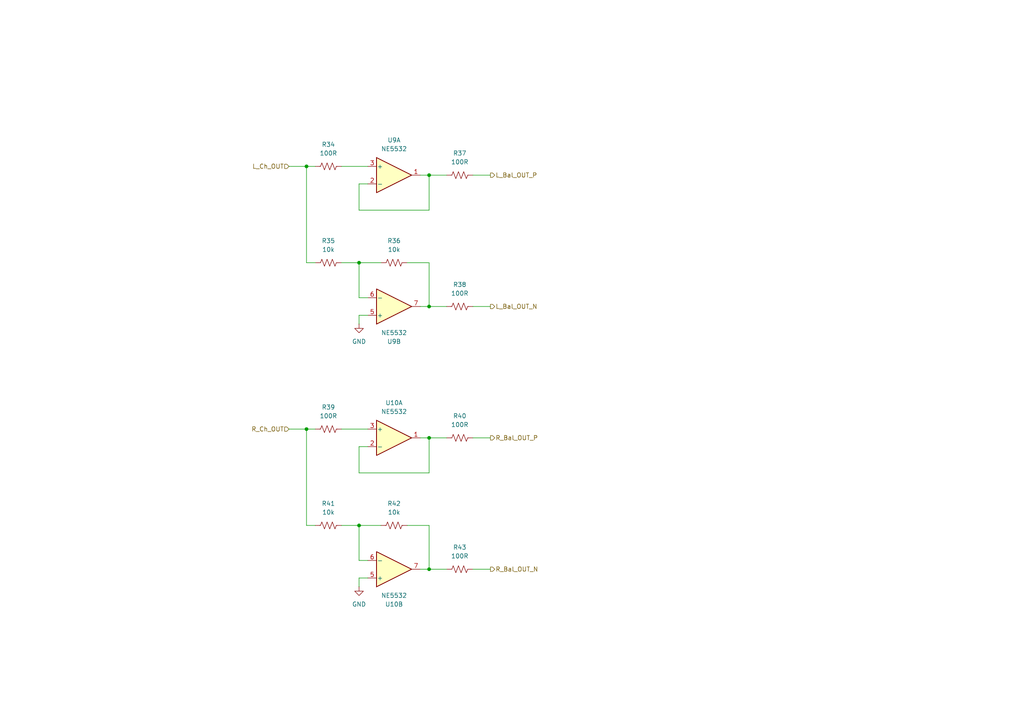
<source format=kicad_sch>
(kicad_sch (version 20250114) (generator "eeschema") (generator_version "9.0")
  (paper "A4")
  (title_block (comment 1 "PCB for 5 cm Kosmo format synthesizer module"))
  (lib_symbols
    (symbol "Amplifier_Operational:NE5532" (pin_names (offset 0.127))
      (property "Reference" "U" (at 0 5.08 0))
      (property "Value" "NE5532" (at 0 -5.08 0))
      (symbol "NE5532_1_1"
        (polyline (pts (xy -5.08 5.08) (xy 5.08 0) (xy -5.08 -5.08) (xy -5.08 5.08)) (stroke (width 0.254)) (fill (type background)))
        (pin input line (at -7.62 2.54 0) (length 2.54) (name "+") (number "3"))
        (pin input line (at -7.62 -2.54 0) (length 2.54) (name "-") (number "2"))
        (pin output line (at 7.62 0 180) (length 2.54) (name "~") (number "1"))
      )
      (symbol "NE5532_2_1"
        (polyline (pts (xy -5.08 5.08) (xy 5.08 0) (xy -5.08 -5.08) (xy -5.08 5.08)) (stroke (width 0.254)) (fill (type background)))
        (pin input line (at -7.62 2.54 0) (length 2.54) (name "+") (number "5"))
        (pin input line (at -7.62 -2.54 0) (length 2.54) (name "-") (number "6"))
        (pin output line (at 7.62 0 180) (length 2.54) (name "~") (number "7"))
      )
      (symbol "NE5532_3_1"
        (pin power_in line (at -2.54 7.62 270) (length 3.81) (name "V+") (number "8"))
        (pin power_in line (at -2.54 -7.62 90) (length 3.81) (name "V-") (number "4"))
      )
    )
    (symbol "Device:R_US" (pin_numbers (hide yes)) (pin_names (offset 0))
      (property "Reference" "R" (at 2.54 0 90))
      (property "Value" "R_US" (at -2.54 0 90))
      (symbol "R_US_0_1"
        (polyline (pts (xy 0 2.286) (xy 0 2.54)))
        (polyline (pts (xy 0 2.286) (xy 1.016 1.905) (xy 0 1.524) (xy -1.016 1.143) (xy 0 0.762)))
        (polyline (pts (xy 0 0.762) (xy 1.016 0.381) (xy 0 0) (xy -1.016 -0.381) (xy 0 -0.762)))
        (polyline (pts (xy 0 -0.762) (xy 1.016 -1.143) (xy 0 -1.524) (xy -1.016 -1.905) (xy 0 -2.286)))
        (polyline (pts (xy 0 -2.286) (xy 0 -2.54)))
      )
      (symbol "R_US_1_1"
        (pin passive line (at 0 3.81 270) (length 1.27) (name "~") (number "1"))
        (pin passive line (at 0 -3.81 90) (length 1.27) (name "~") (number "2"))
      )
    )
    (symbol "power:GND" (power) (pin_numbers (hide yes)) (pin_names (offset 0) (hide yes))
      (property "Value" "GND" (at 0 -3.81 0))
      (symbol "GND_0_1"
        (polyline (pts (xy 0 0) (xy 0 -1.27) (xy 1.27 -1.27) (xy 0 -2.54) (xy -1.27 -1.27) (xy 0 -1.27)))
      )
      (symbol "GND_1_1"
        (pin power_in line (at 0 0 270) (length 0) (name "~") (number "1"))
      )
    )
  )
  (junction (at 124.46 50.8))
  (junction (at 88.9 124.46))
  (junction (at 124.46 127))
  (junction (at 124.46 165.1))
  (junction (at 88.9 48.26))
  (junction (at 104.14 152.4))
  (junction (at 124.46 88.9))
  (junction (at 104.14 76.2))
  (wire (pts (xy 104.14 167.64) (xy 106.68 167.64)))
  (wire (pts (xy 104.14 53.34) (xy 104.14 60.96)))
  (wire (pts (xy 104.14 76.2) (xy 110.49 76.2)))
  (wire (pts (xy 99.06 76.2) (xy 104.14 76.2)))
  (wire (pts (xy 91.44 76.2) (xy 88.9 76.2)))
  (wire (pts (xy 104.14 170.18) (xy 104.14 167.64)))
  (wire (pts (xy 106.68 86.36) (xy 104.14 86.36)))
  (wire (pts (xy 137.16 50.8) (xy 142.24 50.8)))
  (wire (pts (xy 88.9 124.46) (xy 88.9 152.4)))
  (wire (pts (xy 137.16 165.1) (xy 142.24 165.1)))
  (wire (pts (xy 124.46 88.9) (xy 129.54 88.9)))
  (wire (pts (xy 88.9 48.26) (xy 88.9 76.2)))
  (wire (pts (xy 104.14 60.96) (xy 124.46 60.96)))
  (wire (pts (xy 104.14 162.56) (xy 104.14 152.4)))
  (wire (pts (xy 118.11 76.2) (xy 124.46 76.2)))
  (wire (pts (xy 124.46 50.8) (xy 129.54 50.8)))
  (wire (pts (xy 124.46 127) (xy 129.54 127)))
  (wire (pts (xy 91.44 152.4) (xy 88.9 152.4)))
  (wire (pts (xy 88.9 124.46) (xy 91.44 124.46)))
  (wire (pts (xy 106.68 129.54) (xy 104.14 129.54)))
  (wire (pts (xy 83.82 48.26) (xy 88.9 48.26)))
  (wire (pts (xy 83.82 124.46) (xy 88.9 124.46)))
  (wire (pts (xy 99.06 48.26) (xy 106.68 48.26)))
  (wire (pts (xy 99.06 152.4) (xy 104.14 152.4)))
  (wire (pts (xy 137.16 88.9) (xy 142.24 88.9)))
  (wire (pts (xy 124.46 165.1) (xy 129.54 165.1)))
  (wire (pts (xy 99.06 124.46) (xy 106.68 124.46)))
  (wire (pts (xy 121.92 88.9) (xy 124.46 88.9)))
  (wire (pts (xy 137.16 127) (xy 142.24 127)))
  (wire (pts (xy 124.46 60.96) (xy 124.46 50.8)))
  (wire (pts (xy 124.46 50.8) (xy 121.92 50.8)))
  (wire (pts (xy 124.46 137.16) (xy 124.46 127)))
  (wire (pts (xy 106.68 53.34) (xy 104.14 53.34)))
  (wire (pts (xy 104.14 137.16) (xy 124.46 137.16)))
  (wire (pts (xy 106.68 162.56) (xy 104.14 162.56)))
  (wire (pts (xy 104.14 152.4) (xy 110.49 152.4)))
  (wire (pts (xy 104.14 91.44) (xy 106.68 91.44)))
  (wire (pts (xy 88.9 48.26) (xy 91.44 48.26)))
  (wire (pts (xy 124.46 76.2) (xy 124.46 88.9)))
  (wire (pts (xy 124.46 127) (xy 121.92 127)))
  (wire (pts (xy 104.14 93.98) (xy 104.14 91.44)))
  (wire (pts (xy 118.11 152.4) (xy 124.46 152.4)))
  (wire (pts (xy 104.14 129.54) (xy 104.14 137.16)))
  (wire (pts (xy 121.92 165.1) (xy 124.46 165.1)))
  (wire (pts (xy 104.14 86.36) (xy 104.14 76.2)))
  (wire (pts (xy 124.46 152.4) (xy 124.46 165.1)))
  (hierarchical_label "L_Ch_OUT" (shape input) (at 83.82 48.26 180))
  (hierarchical_label "R_Bal_OUT_N" (shape output) (at 142.24 165.1 0))
  (hierarchical_label "R_Bal_OUT_P" (shape output) (at 142.24 127 0))
  (hierarchical_label "L_Bal_OUT_P" (shape output) (at 142.24 50.8 0))
  (hierarchical_label "R_Ch_OUT" (shape input) (at 83.82 124.46 180))
  (hierarchical_label "L_Bal_OUT_N" (shape output) (at 142.24 88.9 0))
  (symbol (lib_id "Amplifier_Operational:NE5532") (at 114.3 127 0) (unit 1)
    (property "Reference" "U10" (at 114.3 116.84 0))
    (property "Value" "NE5532" (at 114.3 119.38 0))
    (property "Footprint" "Package_DIP:DIP-8_W7.62mm_Socket" (effects (hide yes)))
    (property "Datasheet" "http://www.ti.com/lit/ds/symlink/ne5532.pdf" (effects (hide yes)))
    (property "Description" "Dual Low-Noise Operational Amplifiers, DIP-8/SOIC-8" (effects (hide yes)))
  )
  (symbol (lib_id "Device:R_US") (at 114.3 76.2 90) (unit 1)
    (property "Reference" "R36" (at 114.3 69.85 90))
    (property "Value" "10k" (at 114.3 72.39 90))
    (property "Footprint" "Resistor_THT:R_Axial_DIN0207_L6.3mm_D2.5mm_P7.62mm_Horizontal" (effects (hide yes)))
    (property "Description" "Resistor, US symbol" (effects (hide yes)))
  )
  (symbol (lib_id "Device:R_US") (at 95.25 124.46 90) (unit 1)
    (property "Reference" "R39" (at 95.25 118.11 90))
    (property "Value" "100R" (at 95.25 120.65 90))
    (property "Footprint" "Resistor_THT:R_Axial_DIN0207_L6.3mm_D2.5mm_P7.62mm_Horizontal" (effects (hide yes)))
    (property "Description" "Resistor, US symbol" (effects (hide yes)))
  )
  (symbol (lib_id "Device:R_US") (at 133.35 165.1 90) (unit 1)
    (property "Reference" "R43" (at 133.35 158.75 90))
    (property "Value" "100R" (at 133.35 161.29 90))
    (property "Footprint" "Resistor_THT:R_Axial_DIN0207_L6.3mm_D2.5mm_P7.62mm_Horizontal" (effects (hide yes)))
    (property "Description" "Resistor, US symbol" (effects (hide yes)))
  )
  (symbol (lib_id "Device:R_US") (at 133.35 127 90) (unit 1)
    (property "Reference" "R40" (at 133.35 120.65 90))
    (property "Value" "100R" (at 133.35 123.19 90))
    (property "Footprint" "Resistor_THT:R_Axial_DIN0207_L6.3mm_D2.5mm_P7.62mm_Horizontal" (effects (hide yes)))
    (property "Description" "Resistor, US symbol" (effects (hide yes)))
  )
  (symbol (lib_id "Amplifier_Operational:NE5532") (at 114.3 165.1 0) (mirror x) (unit 2)
    (property "Reference" "U10" (at 114.3 175.26 0))
    (property "Value" "NE5532" (at 114.3 172.72 0))
    (property "Footprint" "Package_DIP:DIP-8_W7.62mm_Socket" (effects (hide yes)))
    (property "Datasheet" "http://www.ti.com/lit/ds/symlink/ne5532.pdf" (effects (hide yes)))
    (property "Description" "Dual Low-Noise Operational Amplifiers, DIP-8/SOIC-8" (effects (hide yes)))
  )
  (symbol (lib_id "Device:R_US") (at 95.25 48.26 90) (unit 1)
    (property "Reference" "R34" (at 95.25 41.91 90))
    (property "Value" "100R" (at 95.25 44.45 90))
    (property "Footprint" "Resistor_THT:R_Axial_DIN0207_L6.3mm_D2.5mm_P7.62mm_Horizontal" (effects (hide yes)))
    (property "Description" "Resistor, US symbol" (effects (hide yes)))
  )
  (symbol (lib_id "Device:R_US") (at 133.35 88.9 90) (unit 1)
    (property "Reference" "R38" (at 133.35 82.55 90))
    (property "Value" "100R" (at 133.35 85.09 90))
    (property "Footprint" "Resistor_THT:R_Axial_DIN0207_L6.3mm_D2.5mm_P7.62mm_Horizontal" (effects (hide yes)))
    (property "Description" "Resistor, US symbol" (effects (hide yes)))
  )
  (symbol (lib_id "Device:R_US") (at 95.25 76.2 90) (unit 1)
    (property "Reference" "R35" (at 95.25 69.85 90))
    (property "Value" "10k" (at 95.25 72.39 90))
    (property "Footprint" "Resistor_THT:R_Axial_DIN0207_L6.3mm_D2.5mm_P7.62mm_Horizontal" (effects (hide yes)))
    (property "Description" "Resistor, US symbol" (effects (hide yes)))
  )
  (symbol (lib_id "Device:R_US") (at 133.35 50.8 90) (unit 1)
    (property "Reference" "R37" (at 133.35 44.45 90))
    (property "Value" "100R" (at 133.35 46.99 90))
    (property "Footprint" "Resistor_THT:R_Axial_DIN0207_L6.3mm_D2.5mm_P7.62mm_Horizontal" (effects (hide yes)))
    (property "Description" "Resistor, US symbol" (effects (hide yes)))
  )
  (symbol (lib_id "power:GND") (at 104.14 93.98 0) (unit 1)
    (property "Reference" "#PWR031" (effects (hide yes)))
    (property "Value" "GND" (at 104.14 99.06 0))
    (property "Description" "Power symbol creates a global label with name \"GND\" , ground" (effects (hide yes)))
  )
  (symbol (lib_id "power:GND") (at 104.14 170.18 0) (unit 1)
    (property "Reference" "#PWR032" (effects (hide yes)))
    (property "Value" "GND" (at 104.14 175.26 0))
    (property "Description" "Power symbol creates a global label with name \"GND\" , ground" (effects (hide yes)))
  )
  (symbol (lib_id "Device:R_US") (at 114.3 152.4 90) (unit 1)
    (property "Reference" "R42" (at 114.3 146.05 90))
    (property "Value" "10k" (at 114.3 148.59 90))
    (property "Footprint" "Resistor_THT:R_Axial_DIN0207_L6.3mm_D2.5mm_P7.62mm_Horizontal" (effects (hide yes)))
    (property "Description" "Resistor, US symbol" (effects (hide yes)))
  )
  (symbol (lib_id "Amplifier_Operational:NE5532") (at 114.3 50.8 0) (unit 1)
    (property "Reference" "U9" (at 114.3 40.64 0))
    (property "Value" "NE5532" (at 114.3 43.18 0))
    (property "Footprint" "Package_DIP:DIP-8_W7.62mm_Socket" (effects (hide yes)))
    (property "Datasheet" "http://www.ti.com/lit/ds/symlink/ne5532.pdf" (effects (hide yes)))
    (property "Description" "Dual Low-Noise Operational Amplifiers, DIP-8/SOIC-8" (effects (hide yes)))
  )
  (symbol (lib_id "Device:R_US") (at 95.25 152.4 90) (unit 1)
    (property "Reference" "R41" (at 95.25 146.05 90))
    (property "Value" "10k" (at 95.25 148.59 90))
    (property "Footprint" "Resistor_THT:R_Axial_DIN0207_L6.3mm_D2.5mm_P7.62mm_Horizontal" (effects (hide yes)))
    (property "Description" "Resistor, US symbol" (effects (hide yes)))
  )
  (symbol (lib_id "Amplifier_Operational:NE5532") (at 114.3 88.9 0) (mirror x) (unit 2)
    (property "Reference" "U9" (at 114.3 99.06 0))
    (property "Value" "NE5532" (at 114.3 96.52 0))
    (property "Footprint" "Package_DIP:DIP-8_W7.62mm_Socket" (effects (hide yes)))
    (property "Datasheet" "http://www.ti.com/lit/ds/symlink/ne5532.pdf" (effects (hide yes)))
    (property "Description" "Dual Low-Noise Operational Amplifiers, DIP-8/SOIC-8" (effects (hide yes)))
  )
)
</source>
